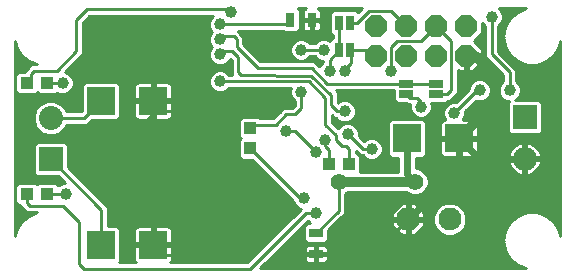
<source format=gbl>
G75*
G70*
%OFA0B0*%
%FSLAX24Y24*%
%IPPOS*%
%LPD*%
%AMOC8*
5,1,8,0,0,1.08239X$1,22.5*
%
%ADD10R,0.0945X0.0945*%
%ADD11R,0.0472X0.0315*%
%ADD12R,0.0315X0.0472*%
%ADD13R,0.0433X0.0394*%
%ADD14R,0.0394X0.0433*%
%ADD15R,0.0800X0.0800*%
%ADD16C,0.0800*%
%ADD17C,0.0760*%
%ADD18OC8,0.0760*%
%ADD19R,0.0250X0.0500*%
%ADD20R,0.0500X0.0250*%
%ADD21OC8,0.0740*%
%ADD22C,0.0100*%
%ADD23C,0.0554*%
%ADD24C,0.0320*%
%ADD25C,0.0240*%
%ADD26C,0.0397*%
%ADD27OC8,0.0436*%
D10*
X003185Y001706D03*
X004917Y001706D03*
X004917Y006506D03*
X003185Y006506D03*
X013385Y005256D03*
X015117Y005256D03*
D11*
X010351Y002110D03*
X010351Y001402D03*
D12*
X010206Y009206D03*
X009497Y009206D03*
D13*
X001386Y007106D03*
X000717Y007106D03*
X000717Y003406D03*
X001386Y003406D03*
X010767Y004406D03*
X011436Y004406D03*
D14*
X008151Y004921D03*
X008151Y005591D03*
D15*
X001501Y004556D03*
X017301Y005956D03*
D16*
X017301Y004578D03*
X001501Y005934D03*
D17*
X014801Y002556D03*
D18*
X013426Y002556D03*
D19*
X011478Y008206D03*
X011124Y008206D03*
X011124Y009106D03*
X011478Y009106D03*
D20*
X013351Y007083D03*
X013351Y006729D03*
X014351Y006729D03*
X014351Y007083D03*
D21*
X014351Y008006D03*
X013351Y008006D03*
X012351Y008006D03*
X012351Y009006D03*
X013351Y009006D03*
X014351Y009006D03*
X015351Y009006D03*
X015351Y008006D03*
D22*
X002601Y000906D02*
X002451Y001056D01*
X002451Y002456D01*
X001901Y003006D01*
X000801Y003006D01*
X000717Y003091D01*
X000717Y003406D01*
X000330Y003417D02*
X000321Y003417D01*
X000321Y003515D02*
X000330Y003515D01*
X000321Y003614D02*
X000330Y003614D01*
X000330Y003673D02*
X000330Y003139D01*
X000430Y003039D01*
X000497Y003039D01*
X000497Y002999D01*
X000581Y002915D01*
X000710Y002786D01*
X001058Y002786D01*
X000774Y002682D01*
X000520Y002469D01*
X000354Y002182D01*
X000321Y001994D01*
X000321Y008517D01*
X000354Y008329D01*
X000520Y008042D01*
X000774Y007829D01*
X001058Y007726D01*
X000860Y007726D01*
X000731Y007597D01*
X000631Y007497D01*
X000631Y007473D01*
X000430Y007473D01*
X000330Y007373D01*
X000330Y006839D01*
X000430Y006739D01*
X001003Y006739D01*
X001051Y006787D01*
X001099Y006739D01*
X001673Y006739D01*
X001717Y006783D01*
X001828Y006737D01*
X001974Y006737D01*
X002110Y006794D01*
X002213Y006897D01*
X002270Y007033D01*
X002270Y007179D01*
X002213Y007315D01*
X002110Y007418D01*
X001979Y007472D01*
X002442Y007936D01*
X002571Y008065D01*
X002571Y009115D01*
X002792Y009336D01*
X006910Y009336D01*
X006839Y009265D01*
X006783Y009129D01*
X006783Y008983D01*
X006839Y008847D01*
X006880Y008806D01*
X006839Y008765D01*
X006783Y008629D01*
X006783Y008483D01*
X006839Y008347D01*
X006880Y008306D01*
X006839Y008265D01*
X006783Y008129D01*
X006783Y007983D01*
X006839Y007847D01*
X006942Y007744D01*
X007078Y007687D01*
X007224Y007687D01*
X007360Y007744D01*
X007463Y007847D01*
X007488Y007908D01*
X007531Y007865D01*
X007531Y007547D01*
X007531Y007376D01*
X007452Y007376D01*
X007360Y007468D01*
X007224Y007524D01*
X007078Y007524D01*
X006942Y007468D01*
X006839Y007365D01*
X006783Y007229D01*
X006783Y007083D01*
X006839Y006947D01*
X006942Y006844D01*
X007078Y006787D01*
X007224Y006787D01*
X007360Y006844D01*
X007452Y006936D01*
X009506Y006936D01*
X009483Y006879D01*
X009483Y006733D01*
X009539Y006597D01*
X009631Y006505D01*
X009631Y006347D01*
X009560Y006276D01*
X009260Y006276D01*
X009131Y006147D01*
X008910Y005926D01*
X008470Y005926D01*
X008418Y005977D01*
X007884Y005977D01*
X007784Y005877D01*
X007784Y005304D01*
X007832Y005256D01*
X007784Y005208D01*
X007784Y004634D01*
X007884Y004535D01*
X008227Y004535D01*
X009586Y003176D01*
X009639Y003047D01*
X009742Y002944D01*
X009838Y002904D01*
X009781Y002847D01*
X008060Y001126D01*
X005494Y001126D01*
X005510Y001141D01*
X005529Y001176D01*
X005540Y001214D01*
X005540Y001656D01*
X004967Y001656D01*
X004967Y001756D01*
X004867Y001756D01*
X004867Y001656D01*
X004295Y001656D01*
X004295Y001214D01*
X004305Y001176D01*
X004325Y001141D01*
X004340Y001126D01*
X003790Y001126D01*
X003827Y001163D01*
X003827Y002249D01*
X003728Y002348D01*
X003405Y002348D01*
X003405Y002781D01*
X003405Y002963D01*
X002071Y004297D01*
X002071Y005026D01*
X001972Y005126D01*
X001031Y005126D01*
X000931Y005026D01*
X000931Y004085D01*
X001031Y003986D01*
X001760Y003986D01*
X001972Y003774D01*
X001928Y003774D01*
X001792Y003718D01*
X001760Y003686D01*
X001673Y003773D01*
X001099Y003773D01*
X001051Y003725D01*
X001003Y003773D01*
X000430Y003773D01*
X000330Y003673D01*
X000321Y003712D02*
X000369Y003712D01*
X000321Y003811D02*
X001935Y003811D01*
X001837Y003909D02*
X000321Y003909D01*
X000321Y004008D02*
X001009Y004008D01*
X000931Y004106D02*
X000321Y004106D01*
X000321Y004205D02*
X000931Y004205D01*
X000931Y004303D02*
X000321Y004303D01*
X000321Y004402D02*
X000931Y004402D01*
X000931Y004501D02*
X000321Y004501D01*
X000321Y004599D02*
X000931Y004599D01*
X000931Y004698D02*
X000321Y004698D01*
X000321Y004796D02*
X000931Y004796D01*
X000931Y004895D02*
X000321Y004895D01*
X000321Y004993D02*
X000931Y004993D01*
X000997Y005092D02*
X000321Y005092D01*
X000321Y005190D02*
X007784Y005190D01*
X007784Y005092D02*
X002006Y005092D01*
X002071Y004993D02*
X007784Y004993D01*
X007784Y004895D02*
X002071Y004895D01*
X002071Y004796D02*
X007784Y004796D01*
X007784Y004698D02*
X002071Y004698D01*
X002071Y004599D02*
X007820Y004599D01*
X008261Y004501D02*
X002071Y004501D01*
X002071Y004402D02*
X008359Y004402D01*
X008458Y004303D02*
X002071Y004303D01*
X002163Y004205D02*
X008556Y004205D01*
X008655Y004106D02*
X002262Y004106D01*
X002360Y004008D02*
X008753Y004008D01*
X008852Y003909D02*
X002459Y003909D01*
X002557Y003811D02*
X008951Y003811D01*
X009049Y003712D02*
X002656Y003712D01*
X002754Y003614D02*
X009148Y003614D01*
X009246Y003515D02*
X002853Y003515D01*
X002952Y003417D02*
X009345Y003417D01*
X009443Y003318D02*
X003050Y003318D01*
X003149Y003219D02*
X009542Y003219D01*
X009608Y003121D02*
X003247Y003121D01*
X003346Y003022D02*
X009664Y003022D01*
X009790Y002924D02*
X003405Y002924D01*
X003405Y002825D02*
X009759Y002825D01*
X009661Y002727D02*
X003405Y002727D01*
X003405Y002628D02*
X009562Y002628D01*
X009464Y002530D02*
X003405Y002530D01*
X003405Y002431D02*
X009365Y002431D01*
X009267Y002333D02*
X003744Y002333D01*
X003827Y002234D02*
X004305Y002234D01*
X004305Y002236D02*
X004295Y002198D01*
X004295Y001756D01*
X004867Y001756D01*
X004867Y002328D01*
X004425Y002328D01*
X004387Y002318D01*
X004353Y002298D01*
X004325Y002270D01*
X004305Y002236D01*
X004295Y002136D02*
X003827Y002136D01*
X003827Y002037D02*
X004295Y002037D01*
X004295Y001938D02*
X003827Y001938D01*
X003827Y001840D02*
X004295Y001840D01*
X004295Y001643D02*
X003827Y001643D01*
X003827Y001741D02*
X004867Y001741D01*
X004917Y001706D02*
X005267Y001356D01*
X007151Y001356D01*
X008084Y001150D02*
X005515Y001150D01*
X005540Y001249D02*
X008183Y001249D01*
X008281Y001347D02*
X005540Y001347D01*
X005540Y001446D02*
X008380Y001446D01*
X008478Y001544D02*
X005540Y001544D01*
X005540Y001643D02*
X008577Y001643D01*
X008676Y001741D02*
X004967Y001741D01*
X004967Y001756D02*
X005540Y001756D01*
X005540Y002198D01*
X005529Y002236D01*
X005510Y002270D01*
X005482Y002298D01*
X005448Y002318D01*
X005409Y002328D01*
X004967Y002328D01*
X004967Y001756D01*
X004967Y001840D02*
X004867Y001840D01*
X004867Y001938D02*
X004967Y001938D01*
X004967Y002037D02*
X004867Y002037D01*
X004867Y002136D02*
X004967Y002136D01*
X004967Y002234D02*
X004867Y002234D01*
X005530Y002234D02*
X009168Y002234D01*
X009070Y002136D02*
X005540Y002136D01*
X005540Y002037D02*
X008971Y002037D01*
X008873Y001938D02*
X005540Y001938D01*
X005540Y001840D02*
X008774Y001840D01*
X009199Y001643D02*
X009990Y001643D01*
X009995Y001651D02*
X009975Y001617D01*
X009965Y001579D01*
X009965Y001430D01*
X010322Y001430D01*
X010322Y001373D01*
X009965Y001373D01*
X009965Y001224D01*
X009975Y001186D01*
X009995Y001152D01*
X010023Y001124D01*
X010057Y001104D01*
X010095Y001094D01*
X010322Y001094D01*
X010322Y001373D01*
X010380Y001373D01*
X010380Y001430D01*
X010737Y001430D01*
X010737Y001579D01*
X010727Y001617D01*
X010707Y001651D01*
X010679Y001679D01*
X010645Y001699D01*
X010607Y001709D01*
X010380Y001709D01*
X010380Y001431D01*
X010322Y001431D01*
X010322Y001709D01*
X010095Y001709D01*
X010057Y001699D01*
X010023Y001679D01*
X009995Y001651D01*
X009965Y001544D02*
X009101Y001544D01*
X009002Y001446D02*
X009965Y001446D01*
X009965Y001347D02*
X008904Y001347D01*
X008805Y001249D02*
X009965Y001249D01*
X009997Y001150D02*
X008706Y001150D01*
X008608Y001052D02*
X017047Y001052D01*
X017074Y001029D02*
X017074Y001029D01*
X017358Y000926D01*
X008482Y000926D01*
X010071Y002515D01*
X010142Y002444D01*
X010157Y002438D01*
X010045Y002438D01*
X009945Y002338D01*
X009945Y001882D01*
X010045Y001783D01*
X010658Y001783D01*
X010757Y001882D01*
X010757Y002199D01*
X011191Y002621D01*
X011192Y002621D01*
X011255Y002684D01*
X011320Y002746D01*
X011320Y002748D01*
X011321Y002749D01*
X011321Y002839D01*
X011322Y002929D01*
X011321Y002930D01*
X011321Y003413D01*
X011354Y003427D01*
X011404Y003476D01*
X013349Y003476D01*
X013398Y003427D01*
X013562Y003359D01*
X013740Y003359D01*
X013904Y003427D01*
X014030Y003553D01*
X014098Y003717D01*
X014098Y003895D01*
X014030Y004059D01*
X013904Y004185D01*
X013740Y004253D01*
X013675Y004253D01*
X013675Y004613D01*
X013928Y004613D01*
X014027Y004713D01*
X014027Y005799D01*
X013928Y005898D01*
X012842Y005898D01*
X012743Y005799D01*
X012743Y004713D01*
X012842Y004613D01*
X013095Y004613D01*
X013095Y004136D01*
X011820Y004136D01*
X011822Y004139D01*
X011822Y004673D01*
X011723Y004773D01*
X011671Y004773D01*
X011671Y004815D01*
X011671Y004825D01*
X011810Y004686D01*
X011900Y004686D01*
X011992Y004594D01*
X012128Y004537D01*
X012274Y004537D01*
X012410Y004594D01*
X012513Y004697D01*
X012570Y004833D01*
X012570Y004979D01*
X012513Y005115D01*
X012410Y005218D01*
X012274Y005274D01*
X012128Y005274D01*
X011992Y005218D01*
X011946Y005172D01*
X011770Y005349D01*
X011770Y005479D01*
X011713Y005615D01*
X011610Y005718D01*
X011474Y005774D01*
X011328Y005774D01*
X011192Y005718D01*
X011089Y005615D01*
X011079Y005590D01*
X010871Y005797D01*
X010871Y006025D01*
X010960Y005936D01*
X011000Y005936D01*
X011092Y005844D01*
X011228Y005787D01*
X011374Y005787D01*
X011510Y005844D01*
X011613Y005947D01*
X011670Y006083D01*
X011670Y006229D01*
X011613Y006365D01*
X011510Y006468D01*
X011374Y006524D01*
X011228Y006524D01*
X011092Y006468D01*
X011071Y006447D01*
X011066Y006452D01*
X011066Y006617D01*
X011068Y006618D01*
X011066Y006708D01*
X011066Y006797D01*
X011065Y006798D01*
X011065Y006800D01*
X011000Y006863D01*
X012931Y006863D01*
X012931Y006533D01*
X013031Y006434D01*
X013335Y006434D01*
X013383Y006386D01*
X013486Y006386D01*
X013483Y006379D01*
X013483Y006233D01*
X013539Y006097D01*
X013642Y005994D01*
X013778Y005937D01*
X013924Y005937D01*
X014060Y005994D01*
X014163Y006097D01*
X014220Y006233D01*
X014220Y006379D01*
X014197Y006434D01*
X014672Y006434D01*
X014747Y006509D01*
X014815Y006509D01*
X014942Y006636D01*
X015071Y006765D01*
X015071Y007551D01*
X015136Y007486D01*
X015301Y007486D01*
X015301Y007956D01*
X015401Y007956D01*
X015401Y007486D01*
X015567Y007486D01*
X015871Y007791D01*
X015871Y007956D01*
X015401Y007956D01*
X015401Y008056D01*
X015871Y008056D01*
X015871Y008221D01*
X015601Y008492D01*
X015891Y008782D01*
X015891Y009095D01*
X015981Y009005D01*
X015981Y008147D01*
X015981Y007965D01*
X016581Y007365D01*
X016581Y007157D01*
X016489Y007065D01*
X016433Y006929D01*
X016433Y006783D01*
X016489Y006647D01*
X016592Y006544D01*
X016728Y006487D01*
X016792Y006487D01*
X016731Y006426D01*
X016731Y005485D01*
X016831Y005386D01*
X017772Y005386D01*
X017871Y005485D01*
X017871Y006426D01*
X017772Y006526D01*
X016967Y006526D01*
X017010Y006544D01*
X017113Y006647D01*
X017170Y006783D01*
X017170Y006929D01*
X017113Y007065D01*
X017021Y007157D01*
X017021Y007547D01*
X016892Y007676D01*
X016421Y008147D01*
X016421Y009005D01*
X016513Y009097D01*
X016570Y009233D01*
X016570Y009379D01*
X016513Y009515D01*
X016442Y009586D01*
X017358Y009586D01*
X017074Y009482D01*
X016820Y009269D01*
X016654Y008982D01*
X016597Y008656D01*
X016654Y008329D01*
X016820Y008042D01*
X017074Y007829D01*
X017385Y007716D01*
X017385Y007716D01*
X017464Y007716D01*
X017551Y007716D01*
X017638Y007716D01*
X017717Y007716D01*
X018028Y007829D01*
X018282Y008042D01*
X018282Y008042D01*
X018448Y008329D01*
X018448Y008329D01*
X018481Y008517D01*
X018481Y001994D01*
X018448Y002182D01*
X018448Y002182D01*
X018282Y002469D01*
X018028Y002682D01*
X017717Y002796D01*
X017717Y002796D01*
X017551Y002796D01*
X017464Y002796D01*
X017385Y002796D01*
X017074Y002682D01*
X016820Y002469D01*
X016654Y002182D01*
X016597Y001856D01*
X016654Y001529D01*
X016820Y001242D01*
X017074Y001029D01*
X016930Y001150D02*
X010706Y001150D01*
X010707Y001152D02*
X010727Y001186D01*
X010737Y001224D01*
X010737Y001373D01*
X010380Y001373D01*
X010380Y001094D01*
X010607Y001094D01*
X010645Y001104D01*
X010679Y001124D01*
X010707Y001152D01*
X010737Y001249D02*
X016816Y001249D01*
X016820Y001242D02*
X016820Y001242D01*
X016759Y001347D02*
X010737Y001347D01*
X010737Y001446D02*
X016703Y001446D01*
X016654Y001529D02*
X016654Y001529D01*
X016652Y001544D02*
X010737Y001544D01*
X010712Y001643D02*
X016634Y001643D01*
X016617Y001741D02*
X009298Y001741D01*
X009396Y001840D02*
X009987Y001840D01*
X009945Y001938D02*
X009495Y001938D01*
X009593Y002037D02*
X009945Y002037D01*
X009945Y002136D02*
X009692Y002136D01*
X009790Y002234D02*
X009945Y002234D01*
X009945Y002333D02*
X009889Y002333D01*
X009987Y002431D02*
X010038Y002431D01*
X010001Y002756D02*
X010351Y002756D01*
X010001Y002756D02*
X008151Y000906D01*
X002601Y000906D01*
X003814Y001150D02*
X004320Y001150D01*
X004295Y001249D02*
X003827Y001249D01*
X003827Y001347D02*
X004295Y001347D01*
X004295Y001446D02*
X003827Y001446D01*
X003827Y001544D02*
X004295Y001544D01*
X003185Y001706D02*
X003185Y002872D01*
X001501Y004556D01*
X001388Y005364D02*
X001615Y005364D01*
X001824Y005451D01*
X001984Y005611D01*
X002027Y005714D01*
X002704Y005714D01*
X002833Y005843D01*
X002854Y005863D01*
X003728Y005863D01*
X003827Y005963D01*
X003827Y007049D01*
X003728Y007148D01*
X002642Y007148D01*
X002543Y007049D01*
X002543Y006175D01*
X002522Y006154D01*
X002027Y006154D01*
X001984Y006257D01*
X001824Y006417D01*
X001615Y006504D01*
X001388Y006504D01*
X001178Y006417D01*
X001018Y006257D01*
X000931Y006047D01*
X000931Y005820D01*
X001018Y005611D01*
X001178Y005451D01*
X001388Y005364D01*
X001331Y005387D02*
X000321Y005387D01*
X000321Y005289D02*
X007799Y005289D01*
X007784Y005387D02*
X001671Y005387D01*
X001859Y005486D02*
X007784Y005486D01*
X007784Y005585D02*
X001958Y005585D01*
X002014Y005683D02*
X007784Y005683D01*
X007784Y005782D02*
X002772Y005782D01*
X002613Y005934D02*
X001501Y005934D01*
X000984Y006176D02*
X000321Y006176D01*
X000321Y006274D02*
X001036Y006274D01*
X001134Y006373D02*
X000321Y006373D01*
X000321Y006471D02*
X001310Y006471D01*
X001071Y006767D02*
X001031Y006767D01*
X000717Y007106D02*
X000851Y007241D01*
X000851Y007406D01*
X000951Y007506D01*
X001701Y007506D01*
X002351Y008156D01*
X002351Y009206D01*
X002701Y009556D01*
X007351Y009556D01*
X007501Y009456D01*
X006904Y009329D02*
X002786Y009329D01*
X002687Y009231D02*
X006825Y009231D01*
X006784Y009132D02*
X002588Y009132D01*
X002571Y009034D02*
X006783Y009034D01*
X006802Y008935D02*
X002571Y008935D01*
X002571Y008836D02*
X006850Y008836D01*
X006828Y008738D02*
X002571Y008738D01*
X002571Y008639D02*
X006787Y008639D01*
X006783Y008541D02*
X002571Y008541D01*
X002571Y008442D02*
X006799Y008442D01*
X006842Y008344D02*
X002571Y008344D01*
X002571Y008245D02*
X006831Y008245D01*
X006790Y008147D02*
X002571Y008147D01*
X002554Y008048D02*
X006783Y008048D01*
X006796Y007950D02*
X002456Y007950D01*
X002357Y007851D02*
X006837Y007851D01*
X006934Y007752D02*
X002259Y007752D01*
X002160Y007654D02*
X007531Y007654D01*
X007531Y007752D02*
X007369Y007752D01*
X007465Y007851D02*
X007531Y007851D01*
X007751Y007956D02*
X007751Y007456D01*
X007851Y007356D01*
X010181Y007351D01*
X010846Y006706D01*
X010846Y006361D01*
X011051Y006156D01*
X011301Y006156D01*
X011651Y006274D02*
X013483Y006274D01*
X013483Y006373D02*
X011605Y006373D01*
X011502Y006471D02*
X012993Y006471D01*
X012931Y006570D02*
X011066Y006570D01*
X011067Y006669D02*
X012931Y006669D01*
X012931Y006767D02*
X011066Y006767D01*
X011000Y006863D02*
X011000Y006863D01*
X010724Y007083D02*
X010201Y007606D01*
X008401Y007606D01*
X007701Y008306D01*
X007701Y008556D01*
X007601Y008656D01*
X007251Y008656D01*
X007151Y008556D01*
X007732Y008836D02*
X009233Y008836D01*
X009269Y008800D01*
X009725Y008800D01*
X009824Y008899D01*
X009824Y009513D01*
X009751Y009586D01*
X010005Y009586D01*
X009990Y009582D01*
X009956Y009562D01*
X009928Y009534D01*
X009908Y009500D01*
X009898Y009462D01*
X009898Y009235D01*
X010176Y009235D01*
X010176Y009177D01*
X009898Y009177D01*
X009898Y008950D01*
X009908Y008912D01*
X009928Y008878D01*
X009956Y008850D01*
X009990Y008830D01*
X010028Y008820D01*
X010177Y008820D01*
X010177Y009177D01*
X010234Y009177D01*
X010234Y008820D01*
X010383Y008820D01*
X010421Y008830D01*
X010455Y008850D01*
X010483Y008878D01*
X010503Y008912D01*
X010513Y008950D01*
X010513Y009177D01*
X010234Y009177D01*
X010234Y009235D01*
X010513Y009235D01*
X010513Y009462D01*
X010503Y009500D01*
X010483Y009534D01*
X010455Y009562D01*
X010421Y009582D01*
X010406Y009586D01*
X011870Y009586D01*
X011742Y009458D01*
X011674Y009526D01*
X011283Y009526D01*
X010929Y009526D01*
X010829Y009426D01*
X010829Y008785D01*
X010904Y008711D01*
X010904Y008601D01*
X010829Y008526D01*
X010829Y008499D01*
X010810Y008518D01*
X010674Y008574D01*
X010528Y008574D01*
X010392Y008518D01*
X010300Y008426D01*
X010152Y008426D01*
X010060Y008518D01*
X009924Y008574D01*
X009778Y008574D01*
X009642Y008518D01*
X009539Y008415D01*
X009483Y008279D01*
X009483Y008133D01*
X009539Y007997D01*
X009642Y007894D01*
X009778Y007837D01*
X009924Y007837D01*
X010060Y007894D01*
X010152Y007986D01*
X010300Y007986D01*
X010392Y007894D01*
X010528Y007837D01*
X010581Y007837D01*
X010581Y007807D01*
X010489Y007715D01*
X010464Y007654D01*
X010292Y007826D01*
X010110Y007826D01*
X008492Y007826D01*
X007921Y008397D01*
X007921Y008647D01*
X007821Y008747D01*
X007732Y008836D01*
X007830Y008738D02*
X010877Y008738D01*
X010904Y008639D02*
X007921Y008639D01*
X007921Y008541D02*
X009697Y008541D01*
X009567Y008442D02*
X007921Y008442D01*
X007974Y008344D02*
X009510Y008344D01*
X009483Y008245D02*
X008073Y008245D01*
X008171Y008147D02*
X009483Y008147D01*
X009518Y008048D02*
X008270Y008048D01*
X008369Y007950D02*
X009586Y007950D01*
X009745Y007851D02*
X008467Y007851D01*
X007751Y007956D02*
X007551Y008156D01*
X007251Y008156D01*
X007151Y008056D01*
X007531Y007555D02*
X002062Y007555D01*
X002017Y007457D02*
X006931Y007457D01*
X006836Y007358D02*
X002170Y007358D01*
X002236Y007260D02*
X006795Y007260D01*
X006783Y007161D02*
X002270Y007161D01*
X002270Y007063D02*
X002557Y007063D01*
X002543Y006964D02*
X002241Y006964D01*
X002182Y006866D02*
X002543Y006866D01*
X002543Y006767D02*
X002046Y006767D01*
X001757Y006767D02*
X001701Y006767D01*
X001693Y006471D02*
X002543Y006471D01*
X002543Y006373D02*
X001868Y006373D01*
X001967Y006274D02*
X002543Y006274D01*
X002543Y006176D02*
X002018Y006176D01*
X002613Y005934D02*
X003185Y006506D01*
X002543Y006570D02*
X000321Y006570D01*
X000321Y006669D02*
X002543Y006669D01*
X001901Y007106D02*
X001386Y007106D01*
X000690Y007555D02*
X000321Y007555D01*
X000321Y007457D02*
X000414Y007457D01*
X000330Y007358D02*
X000321Y007358D01*
X000321Y007260D02*
X000330Y007260D01*
X000321Y007161D02*
X000330Y007161D01*
X000321Y007063D02*
X000330Y007063D01*
X000321Y006964D02*
X000330Y006964D01*
X000321Y006866D02*
X000330Y006866D01*
X000321Y006767D02*
X000402Y006767D01*
X000321Y006077D02*
X000944Y006077D01*
X000931Y005979D02*
X000321Y005979D01*
X000321Y005880D02*
X000931Y005880D01*
X000947Y005782D02*
X000321Y005782D01*
X000321Y005683D02*
X000988Y005683D01*
X001044Y005585D02*
X000321Y005585D01*
X000321Y005486D02*
X001143Y005486D01*
X003745Y005880D02*
X007787Y005880D01*
X008151Y005591D02*
X008267Y005706D01*
X009001Y005706D01*
X009351Y006056D01*
X009651Y006056D01*
X009851Y006256D01*
X009851Y006806D01*
X009509Y006669D02*
X005540Y006669D01*
X005540Y006767D02*
X009483Y006767D01*
X009483Y006866D02*
X007382Y006866D01*
X007151Y007156D02*
X010101Y007156D01*
X010651Y006606D01*
X010651Y005706D01*
X011001Y005356D01*
X011001Y005206D01*
X011201Y005006D01*
X011351Y005006D01*
X011451Y004906D01*
X011451Y004421D01*
X011436Y004406D01*
X011822Y004402D02*
X013095Y004402D01*
X013095Y004303D02*
X011822Y004303D01*
X011822Y004205D02*
X013095Y004205D01*
X012751Y004356D02*
X012651Y004456D01*
X012651Y005056D01*
X012451Y005256D01*
X012101Y005256D01*
X011951Y005406D01*
X011951Y005656D01*
X011726Y005585D02*
X012743Y005585D01*
X012743Y005683D02*
X011645Y005683D01*
X011767Y005486D02*
X012743Y005486D01*
X012743Y005387D02*
X011770Y005387D01*
X011829Y005289D02*
X012743Y005289D01*
X012743Y005190D02*
X012438Y005190D01*
X012523Y005092D02*
X012743Y005092D01*
X012743Y004993D02*
X012564Y004993D01*
X012570Y004895D02*
X012743Y004895D01*
X012743Y004796D02*
X012554Y004796D01*
X012514Y004698D02*
X012758Y004698D01*
X013095Y004599D02*
X012415Y004599D01*
X012201Y004906D02*
X011901Y004906D01*
X011401Y005406D01*
X011157Y005683D02*
X010985Y005683D01*
X010887Y005782D02*
X012743Y005782D01*
X012824Y005880D02*
X011546Y005880D01*
X011626Y005979D02*
X013678Y005979D01*
X013559Y006077D02*
X011667Y006077D01*
X011670Y006176D02*
X013506Y006176D01*
X013851Y006306D02*
X013851Y006456D01*
X013701Y006606D01*
X013474Y006606D01*
X013351Y006729D01*
X013351Y007083D02*
X010724Y007083D01*
X010801Y007506D02*
X010801Y007883D01*
X011124Y008206D01*
X011124Y009106D01*
X010829Y009132D02*
X010513Y009132D01*
X010513Y009034D02*
X010829Y009034D01*
X010829Y008935D02*
X010509Y008935D01*
X010601Y009006D02*
X010601Y008806D01*
X010701Y008706D01*
X010755Y008541D02*
X010844Y008541D01*
X010829Y008836D02*
X010432Y008836D01*
X010234Y008836D02*
X010177Y008836D01*
X010177Y008935D02*
X010234Y008935D01*
X010234Y009034D02*
X010177Y009034D01*
X010177Y009132D02*
X010234Y009132D01*
X010206Y009206D02*
X010401Y009206D01*
X010601Y009006D01*
X010829Y009231D02*
X010234Y009231D01*
X010176Y009231D02*
X009824Y009231D01*
X009824Y009329D02*
X009898Y009329D01*
X009898Y009428D02*
X009824Y009428D01*
X009811Y009526D02*
X009923Y009526D01*
X009497Y009206D02*
X009347Y009056D01*
X007151Y009056D01*
X004901Y007956D02*
X004901Y006522D01*
X004917Y006506D01*
X005134Y006289D01*
X004651Y005806D01*
X004651Y005256D01*
X004867Y005883D02*
X004425Y005883D01*
X004387Y005894D01*
X004353Y005913D01*
X004325Y005941D01*
X004305Y005976D01*
X004295Y006014D01*
X004295Y006456D01*
X004867Y006456D01*
X004867Y006556D01*
X004295Y006556D01*
X004295Y006998D01*
X004305Y007036D01*
X004325Y007070D01*
X004353Y007098D01*
X004387Y007118D01*
X004425Y007128D01*
X004867Y007128D01*
X004867Y006556D01*
X004967Y006556D01*
X004967Y007128D01*
X005409Y007128D01*
X005448Y007118D01*
X005482Y007098D01*
X005510Y007070D01*
X005529Y007036D01*
X005540Y006998D01*
X005540Y006556D01*
X004967Y006556D01*
X004967Y006456D01*
X004967Y005883D01*
X005409Y005883D01*
X005448Y005894D01*
X005482Y005913D01*
X005510Y005941D01*
X005529Y005976D01*
X005540Y006014D01*
X005540Y006456D01*
X004967Y006456D01*
X004867Y006456D01*
X004867Y005883D01*
X004867Y005979D02*
X004967Y005979D01*
X004967Y006077D02*
X004867Y006077D01*
X004867Y006176D02*
X004967Y006176D01*
X004967Y006274D02*
X004867Y006274D01*
X004867Y006373D02*
X004967Y006373D01*
X004967Y006471D02*
X009631Y006471D01*
X009631Y006373D02*
X005540Y006373D01*
X005540Y006274D02*
X009259Y006274D01*
X009160Y006176D02*
X005540Y006176D01*
X005540Y006077D02*
X009061Y006077D01*
X008963Y005979D02*
X005530Y005979D01*
X005267Y006156D02*
X005134Y006289D01*
X005267Y006156D02*
X007151Y006156D01*
X006920Y006866D02*
X005540Y006866D01*
X005540Y006964D02*
X006832Y006964D01*
X006791Y007063D02*
X005514Y007063D01*
X004967Y007063D02*
X004867Y007063D01*
X004867Y006964D02*
X004967Y006964D01*
X004967Y006866D02*
X004867Y006866D01*
X004867Y006767D02*
X004967Y006767D01*
X004967Y006669D02*
X004867Y006669D01*
X004867Y006570D02*
X004967Y006570D01*
X004867Y006471D02*
X003827Y006471D01*
X003827Y006373D02*
X004295Y006373D01*
X004295Y006274D02*
X003827Y006274D01*
X003827Y006176D02*
X004295Y006176D01*
X004295Y006077D02*
X003827Y006077D01*
X003827Y005979D02*
X004304Y005979D01*
X004295Y006570D02*
X003827Y006570D01*
X003827Y006669D02*
X004295Y006669D01*
X004295Y006767D02*
X003827Y006767D01*
X003827Y006866D02*
X004295Y006866D01*
X004295Y006964D02*
X003827Y006964D01*
X003814Y007063D02*
X004320Y007063D01*
X005540Y006570D02*
X009566Y006570D01*
X010871Y005979D02*
X010917Y005979D01*
X010871Y005880D02*
X011056Y005880D01*
X011066Y006471D02*
X011100Y006471D01*
X009651Y005506D02*
X009351Y005506D01*
X009651Y005506D02*
X010351Y004806D01*
X010651Y004987D02*
X010767Y004871D01*
X010767Y004406D01*
X011101Y003806D02*
X011101Y002841D01*
X010351Y002110D01*
X010757Y002136D02*
X013097Y002136D01*
X012999Y002234D02*
X010794Y002234D01*
X010895Y002333D02*
X012900Y002333D01*
X012896Y002336D02*
X013207Y002026D01*
X013376Y002026D01*
X013376Y002506D01*
X012896Y002506D01*
X012896Y002336D01*
X012896Y002431D02*
X010996Y002431D01*
X011097Y002530D02*
X013376Y002530D01*
X013376Y002506D02*
X013376Y002606D01*
X012896Y002606D01*
X012896Y002775D01*
X013207Y003086D01*
X013376Y003086D01*
X013376Y002606D01*
X013476Y002606D01*
X013476Y003086D01*
X013646Y003086D01*
X013956Y002775D01*
X013956Y002606D01*
X013476Y002606D01*
X013476Y002506D01*
X013476Y002026D01*
X013646Y002026D01*
X013956Y002336D01*
X013956Y002506D01*
X013476Y002506D01*
X013376Y002506D01*
X013426Y002556D02*
X012901Y002556D01*
X012401Y003056D01*
X012946Y002825D02*
X011321Y002825D01*
X011322Y002924D02*
X013045Y002924D01*
X013143Y003022D02*
X011321Y003022D01*
X011321Y003121D02*
X018481Y003121D01*
X018481Y003219D02*
X011321Y003219D01*
X011321Y003318D02*
X018481Y003318D01*
X018481Y003417D02*
X013880Y003417D01*
X013993Y003515D02*
X018481Y003515D01*
X018481Y003614D02*
X014056Y003614D01*
X014096Y003712D02*
X018481Y003712D01*
X018481Y003811D02*
X014098Y003811D01*
X014092Y003909D02*
X018481Y003909D01*
X018481Y004008D02*
X014052Y004008D01*
X013983Y004106D02*
X017015Y004106D01*
X017013Y004108D02*
X017090Y004068D01*
X017172Y004041D01*
X017251Y004029D01*
X017251Y004528D01*
X016752Y004528D01*
X016765Y004449D01*
X016791Y004367D01*
X016831Y004290D01*
X016882Y004220D01*
X016943Y004158D01*
X017013Y004108D01*
X016896Y004205D02*
X013856Y004205D01*
X013675Y004303D02*
X016824Y004303D01*
X016780Y004402D02*
X013675Y004402D01*
X013675Y004501D02*
X016757Y004501D01*
X016752Y004628D02*
X017251Y004628D01*
X017251Y004528D01*
X017351Y004528D01*
X017351Y004029D01*
X017430Y004041D01*
X017512Y004068D01*
X017589Y004108D01*
X017659Y004158D01*
X017721Y004220D01*
X017772Y004290D01*
X017811Y004367D01*
X017838Y004449D01*
X017850Y004528D01*
X017351Y004528D01*
X017351Y004628D01*
X017251Y004628D01*
X017251Y005127D01*
X017172Y005114D01*
X017090Y005088D01*
X017013Y005048D01*
X016943Y004997D01*
X016882Y004936D01*
X016831Y004866D01*
X016791Y004789D01*
X016765Y004707D01*
X016752Y004628D01*
X016763Y004698D02*
X015713Y004698D01*
X015710Y004691D02*
X015729Y004726D01*
X015740Y004764D01*
X015740Y005206D01*
X015167Y005206D01*
X015167Y004633D01*
X015609Y004633D01*
X015648Y004644D01*
X015682Y004663D01*
X015710Y004691D01*
X015740Y004796D02*
X016795Y004796D01*
X016852Y004895D02*
X015740Y004895D01*
X015740Y004993D02*
X016939Y004993D01*
X017103Y005092D02*
X015740Y005092D01*
X015740Y005190D02*
X018481Y005190D01*
X018481Y005092D02*
X017499Y005092D01*
X017512Y005088D02*
X017430Y005114D01*
X017351Y005127D01*
X017351Y004628D01*
X017850Y004628D01*
X017838Y004707D01*
X017811Y004789D01*
X017772Y004866D01*
X017721Y004936D01*
X017659Y004997D01*
X017589Y005048D01*
X017512Y005088D01*
X017351Y005092D02*
X017251Y005092D01*
X017251Y004993D02*
X017351Y004993D01*
X017351Y004895D02*
X017251Y004895D01*
X017251Y004796D02*
X017351Y004796D01*
X017351Y004698D02*
X017251Y004698D01*
X017251Y004599D02*
X013675Y004599D01*
X014012Y004698D02*
X014521Y004698D01*
X014525Y004691D02*
X014553Y004663D01*
X014587Y004644D01*
X014625Y004633D01*
X015067Y004633D01*
X015067Y005206D01*
X014495Y005206D01*
X014495Y004764D01*
X014505Y004726D01*
X014525Y004691D01*
X014495Y004796D02*
X014027Y004796D01*
X014027Y004895D02*
X014495Y004895D01*
X014495Y004993D02*
X014027Y004993D01*
X014027Y005092D02*
X014495Y005092D01*
X014495Y005190D02*
X014027Y005190D01*
X014027Y005289D02*
X015067Y005289D01*
X015067Y005306D02*
X015067Y005206D01*
X015167Y005206D01*
X015167Y005306D01*
X015740Y005306D01*
X015740Y005748D01*
X015729Y005786D01*
X015710Y005820D01*
X015682Y005848D01*
X015648Y005868D01*
X015609Y005878D01*
X015245Y005878D01*
X015263Y005897D01*
X015320Y006033D01*
X015320Y006163D01*
X015668Y006512D01*
X015728Y006487D01*
X015874Y006487D01*
X016010Y006544D01*
X016113Y006647D01*
X016170Y006783D01*
X016170Y006929D01*
X016113Y007065D01*
X016010Y007168D01*
X015874Y007224D01*
X015728Y007224D01*
X015592Y007168D01*
X015489Y007065D01*
X015433Y006929D01*
X015433Y006899D01*
X015008Y006474D01*
X014878Y006474D01*
X014742Y006418D01*
X014639Y006315D01*
X014583Y006179D01*
X014583Y006033D01*
X014639Y005897D01*
X014658Y005878D01*
X014625Y005878D01*
X014587Y005868D01*
X014553Y005848D01*
X014525Y005820D01*
X014505Y005786D01*
X014495Y005748D01*
X014495Y005306D01*
X015067Y005306D01*
X015167Y005289D02*
X018481Y005289D01*
X018481Y005387D02*
X017773Y005387D01*
X017871Y005486D02*
X018481Y005486D01*
X018481Y005585D02*
X017871Y005585D01*
X017871Y005683D02*
X018481Y005683D01*
X018481Y005782D02*
X017871Y005782D01*
X017871Y005880D02*
X018481Y005880D01*
X018481Y005979D02*
X017871Y005979D01*
X017871Y006077D02*
X018481Y006077D01*
X018481Y006176D02*
X017871Y006176D01*
X017871Y006274D02*
X018481Y006274D01*
X018481Y006373D02*
X017871Y006373D01*
X017826Y006471D02*
X018481Y006471D01*
X018481Y006570D02*
X017036Y006570D01*
X017122Y006669D02*
X018481Y006669D01*
X018481Y006767D02*
X017163Y006767D01*
X017170Y006866D02*
X018481Y006866D01*
X018481Y006964D02*
X017155Y006964D01*
X017114Y007063D02*
X018481Y007063D01*
X018481Y007161D02*
X017021Y007161D01*
X017021Y007260D02*
X018481Y007260D01*
X018481Y007358D02*
X017021Y007358D01*
X017021Y007457D02*
X018481Y007457D01*
X018481Y007555D02*
X017013Y007555D01*
X016914Y007654D02*
X018481Y007654D01*
X018481Y007752D02*
X017817Y007752D01*
X018054Y007851D02*
X018481Y007851D01*
X018481Y007950D02*
X018172Y007950D01*
X018282Y008042D02*
X018282Y008042D01*
X018286Y008048D02*
X018481Y008048D01*
X018481Y008147D02*
X018343Y008147D01*
X018399Y008245D02*
X018481Y008245D01*
X018481Y008344D02*
X018451Y008344D01*
X018468Y008442D02*
X018481Y008442D01*
X017285Y007752D02*
X016816Y007752D01*
X016717Y007851D02*
X017048Y007851D01*
X017074Y007829D02*
X017074Y007829D01*
X016931Y007950D02*
X016619Y007950D01*
X016520Y008048D02*
X016817Y008048D01*
X016820Y008042D02*
X016820Y008042D01*
X016760Y008147D02*
X016421Y008147D01*
X016421Y008245D02*
X016703Y008245D01*
X016654Y008329D02*
X016654Y008329D01*
X016652Y008344D02*
X016421Y008344D01*
X016421Y008442D02*
X016634Y008442D01*
X016617Y008541D02*
X016421Y008541D01*
X016421Y008639D02*
X016600Y008639D01*
X016597Y008656D02*
X016597Y008656D01*
X016611Y008738D02*
X016421Y008738D01*
X016421Y008836D02*
X016629Y008836D01*
X016646Y008935D02*
X016421Y008935D01*
X016450Y009034D02*
X016684Y009034D01*
X016654Y008982D02*
X016654Y008982D01*
X016741Y009132D02*
X016528Y009132D01*
X016569Y009231D02*
X016798Y009231D01*
X016820Y009269D02*
X016820Y009269D01*
X016820Y009269D01*
X016891Y009329D02*
X016570Y009329D01*
X016549Y009428D02*
X017009Y009428D01*
X017074Y009482D02*
X017074Y009482D01*
X017194Y009526D02*
X016502Y009526D01*
X016201Y009306D02*
X016201Y008056D01*
X016801Y007456D01*
X016801Y006856D01*
X016433Y006866D02*
X016170Y006866D01*
X016163Y006767D02*
X016439Y006767D01*
X016480Y006669D02*
X016122Y006669D01*
X016036Y006570D02*
X016566Y006570D01*
X016776Y006471D02*
X015628Y006471D01*
X015529Y006373D02*
X016731Y006373D01*
X016731Y006274D02*
X015431Y006274D01*
X015332Y006176D02*
X016731Y006176D01*
X016731Y006077D02*
X015320Y006077D01*
X015297Y005979D02*
X016731Y005979D01*
X016731Y005880D02*
X015246Y005880D01*
X014951Y006106D02*
X015701Y006856D01*
X015801Y006856D01*
X016155Y006964D02*
X016447Y006964D01*
X016488Y007063D02*
X016114Y007063D01*
X016017Y007161D02*
X016581Y007161D01*
X016581Y007260D02*
X015071Y007260D01*
X015071Y007358D02*
X016581Y007358D01*
X016489Y007457D02*
X015071Y007457D01*
X015301Y007555D02*
X015401Y007555D01*
X015401Y007654D02*
X015301Y007654D01*
X015301Y007752D02*
X015401Y007752D01*
X015401Y007851D02*
X015301Y007851D01*
X015301Y007950D02*
X015401Y007950D01*
X015401Y008048D02*
X015981Y008048D01*
X015981Y008147D02*
X015871Y008147D01*
X015847Y008245D02*
X015981Y008245D01*
X015981Y008344D02*
X015749Y008344D01*
X015650Y008442D02*
X015981Y008442D01*
X015981Y008541D02*
X015650Y008541D01*
X015748Y008639D02*
X015981Y008639D01*
X015981Y008738D02*
X015847Y008738D01*
X015891Y008836D02*
X015981Y008836D01*
X015981Y008935D02*
X015891Y008935D01*
X015891Y009034D02*
X015953Y009034D01*
X014851Y008506D02*
X014351Y009006D01*
X013851Y008506D01*
X013051Y008506D01*
X012851Y008306D01*
X012851Y007506D01*
X013351Y007083D02*
X014351Y007083D01*
X014724Y006729D02*
X014851Y006856D01*
X014851Y008506D01*
X015871Y007950D02*
X015996Y007950D01*
X016095Y007851D02*
X015871Y007851D01*
X015833Y007752D02*
X016193Y007752D01*
X016292Y007654D02*
X015735Y007654D01*
X015636Y007555D02*
X016391Y007555D01*
X015586Y007161D02*
X015071Y007161D01*
X015071Y007063D02*
X015488Y007063D01*
X015447Y006964D02*
X015071Y006964D01*
X015071Y006866D02*
X015400Y006866D01*
X015301Y006767D02*
X015071Y006767D01*
X014975Y006669D02*
X015203Y006669D01*
X015104Y006570D02*
X014876Y006570D01*
X014871Y006471D02*
X014709Y006471D01*
X014697Y006373D02*
X014220Y006373D01*
X014220Y006274D02*
X014622Y006274D01*
X014583Y006176D02*
X014196Y006176D01*
X014144Y006077D02*
X014583Y006077D01*
X014605Y005979D02*
X014024Y005979D01*
X013946Y005880D02*
X014656Y005880D01*
X014504Y005782D02*
X014027Y005782D01*
X014027Y005683D02*
X014495Y005683D01*
X014495Y005585D02*
X014027Y005585D01*
X014027Y005486D02*
X014495Y005486D01*
X014495Y005387D02*
X014027Y005387D01*
X015067Y005190D02*
X015167Y005190D01*
X015167Y005092D02*
X015067Y005092D01*
X015067Y004993D02*
X015167Y004993D01*
X015167Y004895D02*
X015067Y004895D01*
X015067Y004796D02*
X015167Y004796D01*
X015167Y004698D02*
X015067Y004698D01*
X015740Y005387D02*
X016829Y005387D01*
X016731Y005486D02*
X015740Y005486D01*
X015740Y005585D02*
X016731Y005585D01*
X016731Y005683D02*
X015740Y005683D01*
X015731Y005782D02*
X016731Y005782D01*
X017664Y004993D02*
X018481Y004993D01*
X018481Y004895D02*
X017751Y004895D01*
X017807Y004796D02*
X018481Y004796D01*
X018481Y004698D02*
X017839Y004698D01*
X017846Y004501D02*
X018481Y004501D01*
X018481Y004599D02*
X017351Y004599D01*
X017351Y004501D02*
X017251Y004501D01*
X017251Y004402D02*
X017351Y004402D01*
X017351Y004303D02*
X017251Y004303D01*
X017251Y004205D02*
X017351Y004205D01*
X017351Y004106D02*
X017251Y004106D01*
X017587Y004106D02*
X018481Y004106D01*
X018481Y004205D02*
X017706Y004205D01*
X017779Y004303D02*
X018481Y004303D01*
X018481Y004402D02*
X017822Y004402D01*
X018481Y003022D02*
X015112Y003022D01*
X015113Y003022D02*
X014911Y003106D01*
X014692Y003106D01*
X014490Y003022D01*
X014335Y002867D01*
X014251Y002665D01*
X014251Y002446D01*
X014335Y002244D01*
X014490Y002090D01*
X014692Y002006D01*
X014911Y002006D01*
X015113Y002090D01*
X015267Y002244D01*
X015351Y002446D01*
X015351Y002665D01*
X015267Y002867D01*
X015113Y003022D01*
X015211Y002924D02*
X018481Y002924D01*
X018481Y002825D02*
X015285Y002825D01*
X015326Y002727D02*
X017196Y002727D01*
X017074Y002682D02*
X017074Y002682D01*
X017009Y002628D02*
X015351Y002628D01*
X015351Y002530D02*
X016892Y002530D01*
X016820Y002469D02*
X016820Y002469D01*
X016820Y002469D01*
X016798Y002431D02*
X015345Y002431D01*
X015304Y002333D02*
X016741Y002333D01*
X016684Y002234D02*
X015257Y002234D01*
X015159Y002136D02*
X016646Y002136D01*
X016654Y002182D02*
X016654Y002182D01*
X016629Y002037D02*
X014986Y002037D01*
X014617Y002037D02*
X013657Y002037D01*
X013755Y002136D02*
X014444Y002136D01*
X014345Y002234D02*
X013854Y002234D01*
X013952Y002333D02*
X014298Y002333D01*
X014258Y002431D02*
X013956Y002431D01*
X013956Y002628D02*
X014251Y002628D01*
X014251Y002530D02*
X013476Y002530D01*
X013426Y002556D02*
X012292Y001421D01*
X010351Y001402D01*
X010317Y001421D01*
X010322Y001446D02*
X010380Y001446D01*
X010380Y001544D02*
X010322Y001544D01*
X010322Y001643D02*
X010380Y001643D01*
X010715Y001840D02*
X016599Y001840D01*
X016597Y001856D02*
X016597Y001856D01*
X016611Y001938D02*
X010757Y001938D01*
X010757Y002037D02*
X013196Y002037D01*
X013376Y002037D02*
X013476Y002037D01*
X013476Y002136D02*
X013376Y002136D01*
X013376Y002234D02*
X013476Y002234D01*
X013476Y002333D02*
X013376Y002333D01*
X013376Y002431D02*
X013476Y002431D01*
X013476Y002628D02*
X013376Y002628D01*
X013376Y002727D02*
X013476Y002727D01*
X013476Y002825D02*
X013376Y002825D01*
X013376Y002924D02*
X013476Y002924D01*
X013476Y003022D02*
X013376Y003022D01*
X013709Y003022D02*
X014490Y003022D01*
X014391Y002924D02*
X013808Y002924D01*
X013906Y002825D02*
X014317Y002825D01*
X014277Y002727D02*
X013956Y002727D01*
X012896Y002727D02*
X011300Y002727D01*
X011200Y002628D02*
X012896Y002628D01*
X013423Y003417D02*
X011330Y003417D01*
X009951Y003256D02*
X009817Y003256D01*
X008151Y004921D01*
X010651Y004987D02*
X010651Y005206D01*
X011671Y004796D02*
X011700Y004796D01*
X011798Y004698D02*
X011798Y004698D01*
X011822Y004599D02*
X011987Y004599D01*
X011822Y004501D02*
X013095Y004501D01*
X011965Y005190D02*
X011928Y005190D01*
X014351Y006729D02*
X014724Y006729D01*
X012351Y008006D02*
X012151Y008206D01*
X011478Y008206D01*
X011501Y008183D01*
X011501Y007756D01*
X011401Y007656D01*
X011301Y007506D01*
X010527Y007752D02*
X010366Y007752D01*
X010495Y007851D02*
X009957Y007851D01*
X010116Y007950D02*
X010336Y007950D01*
X010601Y008206D02*
X009851Y008206D01*
X010136Y008442D02*
X010317Y008442D01*
X010447Y008541D02*
X010005Y008541D01*
X009979Y008836D02*
X009761Y008836D01*
X009824Y008935D02*
X009902Y008935D01*
X009898Y009034D02*
X009824Y009034D01*
X009824Y009132D02*
X009898Y009132D01*
X010513Y009329D02*
X010829Y009329D01*
X010830Y009428D02*
X010513Y009428D01*
X010488Y009526D02*
X011810Y009526D01*
X012101Y009506D02*
X012851Y009506D01*
X013351Y009006D01*
X012101Y009506D02*
X011701Y009106D01*
X011478Y009106D01*
X011478Y008206D02*
X011451Y008179D01*
X007531Y007457D02*
X007371Y007457D01*
X004901Y007956D02*
X003801Y009056D01*
X002801Y009056D01*
X000774Y007829D02*
X000774Y007829D01*
X000748Y007851D02*
X000321Y007851D01*
X000321Y007752D02*
X000985Y007752D01*
X000788Y007654D02*
X000321Y007654D01*
X000321Y007950D02*
X000631Y007950D01*
X000520Y008042D02*
X000520Y008042D01*
X000517Y008048D02*
X000321Y008048D01*
X000321Y008147D02*
X000460Y008147D01*
X000403Y008245D02*
X000321Y008245D01*
X000354Y008329D02*
X000354Y008329D01*
X000352Y008344D02*
X000321Y008344D01*
X000321Y008442D02*
X000334Y008442D01*
X001733Y003712D02*
X001787Y003712D01*
X002001Y003406D02*
X001386Y003406D01*
X000572Y002924D02*
X000321Y002924D01*
X000321Y003022D02*
X000497Y003022D01*
X000348Y003121D02*
X000321Y003121D01*
X000321Y003219D02*
X000330Y003219D01*
X000321Y003318D02*
X000330Y003318D01*
X000321Y002825D02*
X000671Y002825D01*
X000774Y002682D02*
X000774Y002682D01*
X000709Y002628D02*
X000321Y002628D01*
X000321Y002530D02*
X000592Y002530D01*
X000520Y002469D02*
X000520Y002469D01*
X000520Y002469D01*
X000498Y002431D02*
X000321Y002431D01*
X000321Y002333D02*
X000441Y002333D01*
X000384Y002234D02*
X000321Y002234D01*
X000354Y002182D02*
X000354Y002182D01*
X000346Y002136D02*
X000321Y002136D01*
X000321Y002037D02*
X000329Y002037D01*
X000321Y002727D02*
X000896Y002727D01*
X008509Y000953D02*
X017284Y000953D01*
X018474Y002037D02*
X018481Y002037D01*
X018481Y002136D02*
X018456Y002136D01*
X018481Y002234D02*
X018418Y002234D01*
X018361Y002333D02*
X018481Y002333D01*
X018481Y002431D02*
X018304Y002431D01*
X018282Y002469D02*
X018282Y002469D01*
X018211Y002530D02*
X018481Y002530D01*
X018481Y002628D02*
X018093Y002628D01*
X018028Y002682D02*
X018028Y002682D01*
X017907Y002727D02*
X018481Y002727D01*
X010380Y001347D02*
X010322Y001347D01*
X010322Y001249D02*
X010380Y001249D01*
X010380Y001150D02*
X010322Y001150D01*
D23*
X007151Y001356D03*
X011101Y003806D03*
X013651Y003806D03*
X007151Y006156D03*
D24*
X007151Y001356D01*
X011101Y003806D02*
X013651Y003806D01*
X015351Y005490D02*
X016301Y006440D01*
X016301Y007356D01*
X015651Y008006D01*
X015351Y008006D01*
D25*
X015351Y005490D02*
X015117Y005256D01*
X015117Y004247D01*
X013426Y002556D01*
X013651Y003806D02*
X013385Y004072D01*
X013385Y005256D01*
X015117Y005256D02*
X015795Y004578D01*
X017301Y004578D01*
D26*
X014951Y006106D03*
X013851Y006306D03*
X011951Y005656D03*
X011401Y005406D03*
X010651Y005206D03*
X010351Y004806D03*
X009351Y005506D03*
X011301Y006156D03*
X009851Y006806D03*
X010801Y007506D03*
X011301Y007506D03*
X010601Y008206D03*
X009851Y008206D03*
X010701Y008706D03*
X012851Y007506D03*
X015801Y006856D03*
X016801Y006856D03*
X016201Y009306D03*
X012201Y004906D03*
X012751Y004356D03*
X012401Y003056D03*
X010351Y002756D03*
X009951Y003256D03*
X004651Y005256D03*
X002001Y003406D03*
X001901Y007106D03*
X002801Y009056D03*
X007151Y009056D03*
X007151Y008556D03*
X007151Y008056D03*
X007151Y007156D03*
X007501Y009456D03*
D27*
X016301Y003256D03*
M02*

</source>
